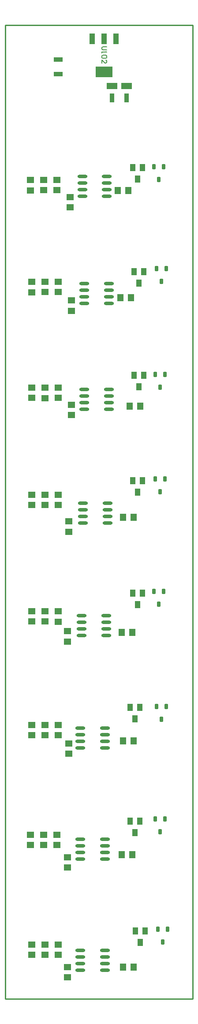
<source format=gtp>
G04 Layer_Color=8421504*
%FSLAX25Y25*%
%MOIN*%
G70*
G01*
G75*
G04:AMPARAMS|DCode=10|XSize=23.62mil|YSize=39.37mil|CornerRadius=2.01mil|HoleSize=0mil|Usage=FLASHONLY|Rotation=0.000|XOffset=0mil|YOffset=0mil|HoleType=Round|Shape=RoundedRectangle|*
%AMROUNDEDRECTD10*
21,1,0.02362,0.03535,0,0,0.0*
21,1,0.01961,0.03937,0,0,0.0*
1,1,0.00402,0.00980,-0.01768*
1,1,0.00402,-0.00980,-0.01768*
1,1,0.00402,-0.00980,0.01768*
1,1,0.00402,0.00980,0.01768*
%
%ADD10ROUNDEDRECTD10*%
%ADD11R,0.03937X0.05512*%
%ADD12R,0.04724X0.05709*%
%ADD13R,0.05709X0.04724*%
%ADD14O,0.07480X0.02362*%
%ADD15R,0.07874X0.04724*%
G04:AMPARAMS|DCode=16|XSize=39.37mil|YSize=80.71mil|CornerRadius=1.97mil|HoleSize=0mil|Usage=FLASHONLY|Rotation=0.000|XOffset=0mil|YOffset=0mil|HoleType=Round|Shape=RoundedRectangle|*
%AMROUNDEDRECTD16*
21,1,0.03937,0.07677,0,0,0.0*
21,1,0.03543,0.08071,0,0,0.0*
1,1,0.00394,0.01772,-0.03839*
1,1,0.00394,-0.01772,-0.03839*
1,1,0.00394,-0.01772,0.03839*
1,1,0.00394,0.01772,0.03839*
%
%ADD16ROUNDEDRECTD16*%
G04:AMPARAMS|DCode=17|XSize=127.95mil|YSize=80.71mil|CornerRadius=2.02mil|HoleSize=0mil|Usage=FLASHONLY|Rotation=0.000|XOffset=0mil|YOffset=0mil|HoleType=Round|Shape=RoundedRectangle|*
%AMROUNDEDRECTD17*
21,1,0.12795,0.07667,0,0,0.0*
21,1,0.12392,0.08071,0,0,0.0*
1,1,0.00404,0.06196,-0.03834*
1,1,0.00404,-0.06196,-0.03834*
1,1,0.00404,-0.06196,0.03834*
1,1,0.00404,0.06196,0.03834*
%
%ADD17ROUNDEDRECTD17*%
%ADD18R,0.03740X0.06693*%
%ADD19R,0.06693X0.03740*%
%ADD22C,0.01000*%
%ADD23C,0.00800*%
D10*
X122740Y-683551D02*
D03*
X115260D02*
D03*
X119000Y-693000D02*
D03*
X120740Y-600276D02*
D03*
X113260D02*
D03*
X117000Y-609724D02*
D03*
X121740Y-515276D02*
D03*
X114260D02*
D03*
X118000Y-524724D02*
D03*
X119740Y-428276D02*
D03*
X112260D02*
D03*
X116000Y-437724D02*
D03*
X117000Y-352724D02*
D03*
X113260Y-343276D02*
D03*
X120740D02*
D03*
X118000Y-193724D02*
D03*
X114260Y-184276D02*
D03*
X121740D02*
D03*
X117000Y-273724D02*
D03*
X113260Y-264276D02*
D03*
X120740D02*
D03*
X116000Y-116724D02*
D03*
X112260Y-107276D02*
D03*
X119740D02*
D03*
D11*
X105740Y-684669D02*
D03*
X98260D02*
D03*
X102000Y-693331D02*
D03*
X101740Y-601669D02*
D03*
X94260D02*
D03*
X98000Y-610331D02*
D03*
X101740Y-515669D02*
D03*
X94260D02*
D03*
X98000Y-524331D02*
D03*
X103740Y-429339D02*
D03*
X96260D02*
D03*
X100000Y-438000D02*
D03*
Y-353000D02*
D03*
X96260Y-344339D02*
D03*
X103740D02*
D03*
X101000Y-273331D02*
D03*
X97260Y-264669D02*
D03*
X104740D02*
D03*
X101000Y-195000D02*
D03*
X97260Y-186339D02*
D03*
X104740D02*
D03*
X100000Y-116331D02*
D03*
X96260Y-107669D02*
D03*
X103740D02*
D03*
D12*
X96874Y-712000D02*
D03*
X89000D02*
D03*
X95937Y-627000D02*
D03*
X88063D02*
D03*
X96937Y-541000D02*
D03*
X89063D02*
D03*
X95874Y-459000D02*
D03*
X88000D02*
D03*
X89000Y-372000D02*
D03*
X96874D02*
D03*
X94063Y-288000D02*
D03*
X101937D02*
D03*
X87063Y-206000D02*
D03*
X94937D02*
D03*
X85000Y-125000D02*
D03*
X92874D02*
D03*
D13*
X20000Y-702937D02*
D03*
Y-695063D02*
D03*
X30000Y-702937D02*
D03*
Y-695063D02*
D03*
X40000Y-702937D02*
D03*
Y-695063D02*
D03*
X47000Y-719937D02*
D03*
Y-712063D02*
D03*
X19000Y-619937D02*
D03*
Y-612063D02*
D03*
X39000Y-619937D02*
D03*
Y-612063D02*
D03*
X29000Y-619937D02*
D03*
Y-612063D02*
D03*
X47000Y-636937D02*
D03*
Y-629063D02*
D03*
X20000Y-536937D02*
D03*
Y-529063D02*
D03*
X40000Y-536937D02*
D03*
Y-529063D02*
D03*
X48000Y-550937D02*
D03*
Y-543063D02*
D03*
X30000Y-536937D02*
D03*
Y-529063D02*
D03*
Y-450937D02*
D03*
Y-443063D02*
D03*
X47000Y-466000D02*
D03*
Y-458126D02*
D03*
X40000Y-451000D02*
D03*
Y-443126D02*
D03*
X20000Y-450874D02*
D03*
Y-443000D02*
D03*
X40000Y-355063D02*
D03*
Y-362937D02*
D03*
X30000Y-355063D02*
D03*
Y-362937D02*
D03*
X20000Y-355063D02*
D03*
Y-362937D02*
D03*
X48000Y-375126D02*
D03*
Y-383000D02*
D03*
X40000Y-274063D02*
D03*
Y-281937D02*
D03*
X30000Y-274126D02*
D03*
Y-282000D02*
D03*
X20000Y-274063D02*
D03*
Y-281937D02*
D03*
X50000Y-287063D02*
D03*
Y-294937D02*
D03*
Y-208126D02*
D03*
Y-216000D02*
D03*
X40000Y-194063D02*
D03*
Y-201937D02*
D03*
X30000Y-194063D02*
D03*
Y-201937D02*
D03*
X20000Y-194126D02*
D03*
Y-202000D02*
D03*
X19000Y-117126D02*
D03*
Y-125000D02*
D03*
X49000Y-130063D02*
D03*
Y-137937D02*
D03*
X29000Y-117063D02*
D03*
Y-124937D02*
D03*
X39000Y-117063D02*
D03*
Y-124937D02*
D03*
D14*
X75252Y-714500D02*
D03*
Y-709500D02*
D03*
Y-704500D02*
D03*
Y-699500D02*
D03*
X56748Y-714500D02*
D03*
Y-709500D02*
D03*
Y-704500D02*
D03*
Y-699500D02*
D03*
X75252Y-630500D02*
D03*
Y-625500D02*
D03*
Y-620500D02*
D03*
Y-615500D02*
D03*
X56748Y-630500D02*
D03*
Y-625500D02*
D03*
Y-620500D02*
D03*
Y-615500D02*
D03*
X75252Y-546500D02*
D03*
Y-541500D02*
D03*
Y-536500D02*
D03*
Y-531500D02*
D03*
X56748Y-546500D02*
D03*
Y-541500D02*
D03*
Y-536500D02*
D03*
Y-531500D02*
D03*
X76252Y-461500D02*
D03*
Y-456500D02*
D03*
Y-451500D02*
D03*
Y-446500D02*
D03*
X57748Y-461500D02*
D03*
Y-456500D02*
D03*
Y-451500D02*
D03*
Y-446500D02*
D03*
X59748Y-275500D02*
D03*
Y-280500D02*
D03*
Y-285500D02*
D03*
Y-290500D02*
D03*
X78252Y-275500D02*
D03*
Y-280500D02*
D03*
Y-285500D02*
D03*
Y-290500D02*
D03*
X59748Y-195500D02*
D03*
Y-200500D02*
D03*
Y-205500D02*
D03*
Y-210500D02*
D03*
X78252Y-195500D02*
D03*
Y-200500D02*
D03*
Y-205500D02*
D03*
Y-210500D02*
D03*
X58248Y-114500D02*
D03*
Y-119500D02*
D03*
Y-124500D02*
D03*
Y-129500D02*
D03*
X76752Y-114500D02*
D03*
Y-119500D02*
D03*
Y-124500D02*
D03*
Y-129500D02*
D03*
X58748Y-361500D02*
D03*
Y-366500D02*
D03*
Y-371500D02*
D03*
Y-376500D02*
D03*
X77252Y-361500D02*
D03*
Y-366500D02*
D03*
Y-371500D02*
D03*
Y-376500D02*
D03*
D15*
X80476Y-46000D02*
D03*
X91500D02*
D03*
D16*
X83555Y-10500D02*
D03*
X74500D02*
D03*
X65445D02*
D03*
D17*
X74500Y-35500D02*
D03*
D18*
X80488Y-55000D02*
D03*
X91512D02*
D03*
D19*
X40000Y-26000D02*
D03*
Y-37024D02*
D03*
D22*
X0Y-736221D02*
X141732D01*
Y0D01*
X0D02*
X141732D01*
X0Y-736221D02*
Y0D01*
D23*
X76499Y-16500D02*
X73583D01*
X73000Y-17083D01*
Y-18249D01*
X73583Y-18833D01*
X76499D01*
X73000Y-19999D02*
Y-21165D01*
Y-20582D01*
X76499D01*
X75916Y-19999D01*
Y-22915D02*
X76499Y-23498D01*
Y-24664D01*
X75916Y-25247D01*
X73583D01*
X73000Y-24664D01*
Y-23498D01*
X73583Y-22915D01*
X75916D01*
X73000Y-28746D02*
Y-26414D01*
X75333Y-28746D01*
X75916D01*
X76499Y-28163D01*
Y-26997D01*
X75916Y-26414D01*
M02*

</source>
